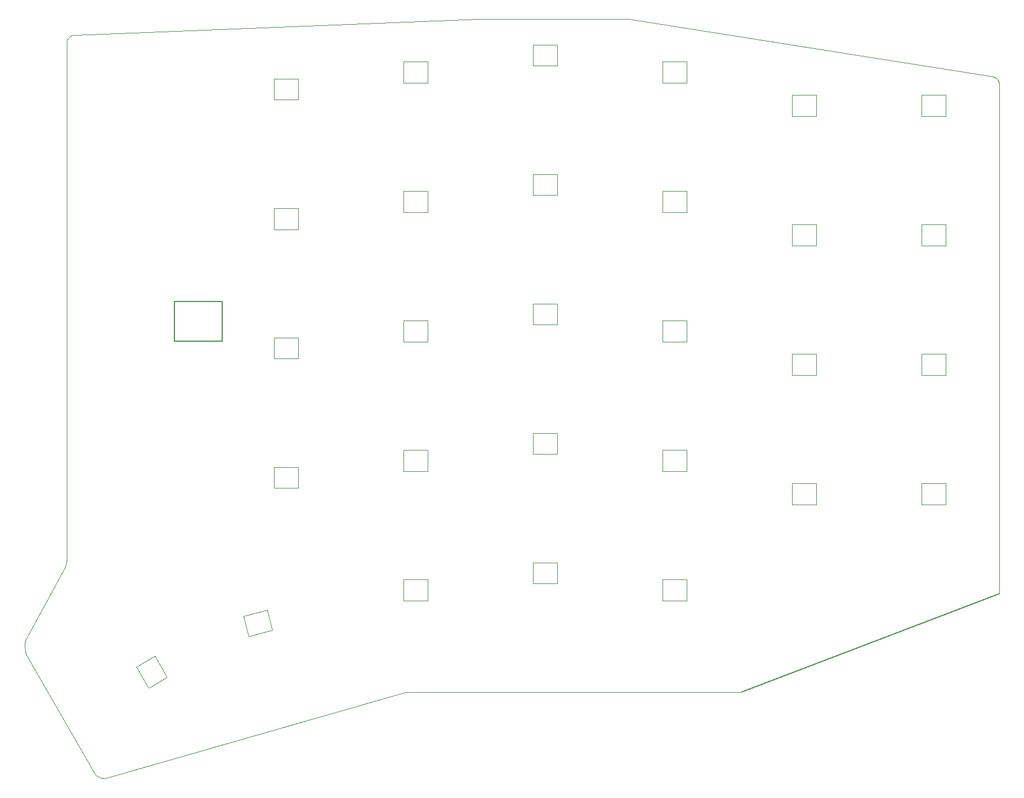
<source format=gm1>
G04 #@! TF.GenerationSoftware,KiCad,Pcbnew,8.0.6*
G04 #@! TF.CreationDate,2025-05-27T16:28:13+10:00*
G04 #@! TF.ProjectId,JofleKeyboard,4a6f666c-654b-4657-9962-6f6172642e6b,rev?*
G04 #@! TF.SameCoordinates,Original*
G04 #@! TF.FileFunction,Profile,NP*
%FSLAX46Y46*%
G04 Gerber Fmt 4.6, Leading zero omitted, Abs format (unit mm)*
G04 Created by KiCad (PCBNEW 8.0.6) date 2025-05-27 16:28:13*
%MOMM*%
%LPD*%
G01*
G04 APERTURE LIST*
G04 #@! TA.AperFunction,Profile*
%ADD10C,0.100000*%
G04 #@! TD*
G04 #@! TA.AperFunction,Profile*
%ADD11C,0.150000*%
G04 #@! TD*
G04 #@! TA.AperFunction,Profile*
%ADD12C,0.120000*%
G04 #@! TD*
G04 APERTURE END LIST*
D10*
X225283881Y-43997807D02*
X225370281Y-44178672D01*
X92550000Y-146200000D02*
X82300000Y-128400000D01*
X170950000Y-35000000D02*
X224475441Y-43445146D01*
X88297257Y-38245261D02*
X88364377Y-38029014D01*
X88611259Y-37662831D02*
X88781752Y-37522160D01*
X225424381Y-44374571D02*
X225443181Y-44581902D01*
X88781752Y-37522160D02*
X88977436Y-37415945D01*
X225370281Y-44178672D02*
X225424381Y-44374571D01*
X82200000Y-126400000D02*
X88000000Y-115650000D01*
X88364377Y-38029014D02*
X88470590Y-37833327D01*
X88273857Y-38477435D02*
X88297257Y-38245261D01*
X224677111Y-43496776D02*
X224861871Y-43581466D01*
X224475441Y-43445146D02*
X224677111Y-43496776D01*
X88470590Y-37833327D02*
X88611259Y-37662831D01*
X92550000Y-146200000D02*
X92900000Y-146500000D01*
X138154128Y-134000000D02*
X187500000Y-134000000D01*
X149000000Y-35000000D02*
X89425853Y-37325405D01*
X88275257Y-114400000D02*
X88200000Y-115050000D01*
X82300000Y-128400000D02*
X82150000Y-127900000D01*
X82100000Y-126900000D02*
X82200000Y-126400000D01*
X82100000Y-127300000D02*
X82100000Y-126900000D01*
X88200000Y-115050000D02*
X88000000Y-115650000D01*
X93350000Y-146650000D02*
X93900000Y-146750000D01*
X82150000Y-127900000D02*
X82100000Y-127300000D01*
X92900000Y-146500000D02*
X93350000Y-146650000D01*
D11*
X225470181Y-119500000D02*
X187500000Y-134000000D01*
D10*
X88275257Y-114400000D02*
X88273857Y-38477435D01*
X225168321Y-43835582D02*
X225283881Y-43997807D01*
X224861871Y-43581466D02*
X225026621Y-43695600D01*
X149000000Y-35000000D02*
X170950000Y-35000000D01*
X88977436Y-37415945D02*
X89193680Y-37348815D01*
X89193680Y-37348815D02*
X89425853Y-37325405D01*
X225026621Y-43695600D02*
X225168321Y-43835582D01*
X138154128Y-134000000D02*
X93900000Y-146750000D01*
X225443181Y-44581902D02*
X225470181Y-119500000D01*
D11*
X104139120Y-76502640D02*
X111139120Y-76502640D01*
X111139120Y-82402640D01*
X104139120Y-82402640D01*
X104139120Y-76502640D01*
D12*
X118750000Y-43751000D02*
X118750000Y-46851000D01*
X118750000Y-46851000D02*
X122350000Y-46851000D01*
X122350000Y-43751000D02*
X118750000Y-43751000D01*
X122350000Y-46851000D02*
X122350000Y-43751000D01*
X156850000Y-38751000D02*
X156850000Y-41851000D01*
X156850000Y-41851000D02*
X160450000Y-41851000D01*
X160450000Y-38751000D02*
X156850000Y-38751000D01*
X160450000Y-41851000D02*
X160450000Y-38751000D01*
X118750000Y-81851000D02*
X118750000Y-84951000D01*
X118750000Y-84951000D02*
X122350000Y-84951000D01*
X122350000Y-81851000D02*
X118750000Y-81851000D01*
X122350000Y-84951000D02*
X122350000Y-81851000D01*
X137800000Y-79351000D02*
X137800000Y-82451000D01*
X137800000Y-82451000D02*
X141400000Y-82451000D01*
X141400000Y-79351000D02*
X137800000Y-79351000D01*
X141400000Y-82451000D02*
X141400000Y-79351000D01*
X118750000Y-100901000D02*
X118750000Y-104001000D01*
X118750000Y-104001000D02*
X122350000Y-104001000D01*
X122350000Y-100901000D02*
X118750000Y-100901000D01*
X122350000Y-104001000D02*
X122350000Y-100901000D01*
X156850000Y-95901000D02*
X156850000Y-99001000D01*
X156850000Y-99001000D02*
X160450000Y-99001000D01*
X160450000Y-95901000D02*
X156850000Y-95901000D01*
X160450000Y-99001000D02*
X160450000Y-95901000D01*
X194950000Y-103301000D02*
X194950000Y-106401000D01*
X194950000Y-106401000D02*
X198550000Y-106401000D01*
X198550000Y-103301000D02*
X194950000Y-103301000D01*
X198550000Y-106401000D02*
X198550000Y-103301000D01*
X98537114Y-130266654D02*
X100337114Y-133384346D01*
X100337114Y-133384346D02*
X103021793Y-131834346D01*
X101221793Y-128716654D02*
X98537114Y-130266654D01*
X103021793Y-131834346D02*
X101221793Y-128716654D01*
X114243973Y-122829804D02*
X115046312Y-125824174D01*
X115046312Y-125824174D02*
X118523645Y-124892425D01*
X117721306Y-121898055D02*
X114243973Y-122829804D01*
X118523645Y-124892425D02*
X117721306Y-121898055D01*
X214000000Y-65201000D02*
X214000000Y-68301000D01*
X214000000Y-68301000D02*
X217600000Y-68301000D01*
X217600000Y-65201000D02*
X214000000Y-65201000D01*
X217600000Y-68301000D02*
X217600000Y-65201000D01*
X214000000Y-84251000D02*
X214000000Y-87351000D01*
X214000000Y-87351000D02*
X217600000Y-87351000D01*
X217600000Y-84251000D02*
X214000000Y-84251000D01*
X217600000Y-87351000D02*
X217600000Y-84251000D01*
X214000000Y-103301000D02*
X214000000Y-106401000D01*
X214000000Y-106401000D02*
X217600000Y-106401000D01*
X217600000Y-103301000D02*
X214000000Y-103301000D01*
X217600000Y-106401000D02*
X217600000Y-103301000D01*
X175900000Y-41251000D02*
X175900000Y-44351000D01*
X175900000Y-44351000D02*
X179500000Y-44351000D01*
X179500000Y-41251000D02*
X175900000Y-41251000D01*
X179500000Y-44351000D02*
X179500000Y-41251000D01*
X194950000Y-46151000D02*
X194950000Y-49251000D01*
X194950000Y-49251000D02*
X198550000Y-49251000D01*
X198550000Y-46151000D02*
X194950000Y-46151000D01*
X198550000Y-49251000D02*
X198550000Y-46151000D01*
X137800000Y-60301000D02*
X137800000Y-63401000D01*
X137800000Y-63401000D02*
X141400000Y-63401000D01*
X141400000Y-60301000D02*
X137800000Y-60301000D01*
X141400000Y-63401000D02*
X141400000Y-60301000D01*
X175900000Y-60301000D02*
X175900000Y-63401000D01*
X175900000Y-63401000D02*
X179500000Y-63401000D01*
X179500000Y-60301000D02*
X175900000Y-60301000D01*
X179500000Y-63401000D02*
X179500000Y-60301000D01*
X156850000Y-57801000D02*
X156850000Y-60901000D01*
X156850000Y-60901000D02*
X160450000Y-60901000D01*
X160450000Y-57801000D02*
X156850000Y-57801000D01*
X160450000Y-60901000D02*
X160450000Y-57801000D01*
X175900000Y-79351000D02*
X175900000Y-82451000D01*
X175900000Y-82451000D02*
X179500000Y-82451000D01*
X179500000Y-79351000D02*
X175900000Y-79351000D01*
X179500000Y-82451000D02*
X179500000Y-79351000D01*
X214000000Y-46151000D02*
X214000000Y-49251000D01*
X214000000Y-49251000D02*
X217600000Y-49251000D01*
X217600000Y-46151000D02*
X214000000Y-46151000D01*
X217600000Y-49251000D02*
X217600000Y-46151000D01*
X118750000Y-62851000D02*
X118750000Y-65951000D01*
X118750000Y-65951000D02*
X122350000Y-65951000D01*
X122350000Y-62851000D02*
X118750000Y-62851000D01*
X122350000Y-65951000D02*
X122350000Y-62851000D01*
X175900000Y-117451000D02*
X175900000Y-120551000D01*
X175900000Y-120551000D02*
X179500000Y-120551000D01*
X179500000Y-117451000D02*
X175900000Y-117451000D01*
X179500000Y-120551000D02*
X179500000Y-117451000D01*
X194950000Y-65201000D02*
X194950000Y-68301000D01*
X194950000Y-68301000D02*
X198550000Y-68301000D01*
X198550000Y-65201000D02*
X194950000Y-65201000D01*
X198550000Y-68301000D02*
X198550000Y-65201000D01*
X175900000Y-98401000D02*
X175900000Y-101501000D01*
X175900000Y-101501000D02*
X179500000Y-101501000D01*
X179500000Y-98401000D02*
X175900000Y-98401000D01*
X179500000Y-101501000D02*
X179500000Y-98401000D01*
X194950000Y-84251000D02*
X194950000Y-87351000D01*
X194950000Y-87351000D02*
X198550000Y-87351000D01*
X198550000Y-84251000D02*
X194950000Y-84251000D01*
X198550000Y-87351000D02*
X198550000Y-84251000D01*
X156850000Y-114951000D02*
X156850000Y-118051000D01*
X156850000Y-118051000D02*
X160450000Y-118051000D01*
X160450000Y-114951000D02*
X156850000Y-114951000D01*
X160450000Y-118051000D02*
X160450000Y-114951000D01*
X156850000Y-76851000D02*
X156850000Y-79951000D01*
X156850000Y-79951000D02*
X160450000Y-79951000D01*
X160450000Y-76851000D02*
X156850000Y-76851000D01*
X160450000Y-79951000D02*
X160450000Y-76851000D01*
X137800000Y-41251000D02*
X137800000Y-44351000D01*
X137800000Y-44351000D02*
X141400000Y-44351000D01*
X141400000Y-41251000D02*
X137800000Y-41251000D01*
X141400000Y-44351000D02*
X141400000Y-41251000D01*
X137800000Y-98401000D02*
X137800000Y-101501000D01*
X137800000Y-101501000D02*
X141400000Y-101501000D01*
X141400000Y-98401000D02*
X137800000Y-98401000D01*
X141400000Y-101501000D02*
X141400000Y-98401000D01*
X137800000Y-117451000D02*
X137800000Y-120551000D01*
X137800000Y-120551000D02*
X141400000Y-120551000D01*
X141400000Y-117451000D02*
X137800000Y-117451000D01*
X141400000Y-120551000D02*
X141400000Y-117451000D01*
M02*

</source>
